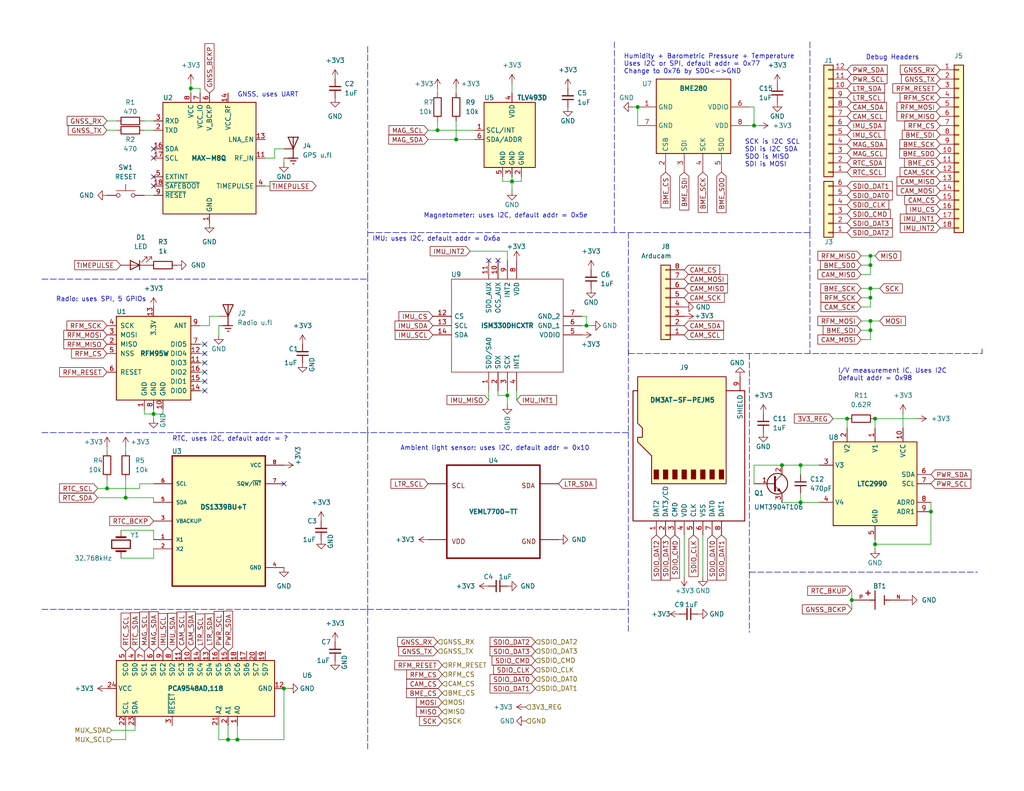
<source format=kicad_sch>
(kicad_sch (version 20211123) (generator eeschema)
  (paper "USLetter")
  (junction (at 238.76 114.3))
  (junction (at 138.43 107.95))
  (junction (at 160.02 88.9))
  (junction (at 238.76 148.59))
  (junction (at 237.49 78.74))
  (junction (at 237.49 87.63))
  (junction (at 77.47 187.96))
  (junction (at 29.21 133.35))
  (junction (at 218.44 127))
  (junction (at 237.49 90.17))
  (junction (at 173.99 29.21))
  (junction (at 62.23 201.93))
  (junction (at 64.77 201.93))
  (junction (at 218.44 137.16))
  (junction (at 41.91 113.03))
  (junction (at 213.36 127))
  (junction (at 237.49 81.28))
  (junction (at 237.49 72.39))
  (junction (at 139.7 49.53))
  (junction (at 231.14 114.3))
  (junction (at 237.49 69.85))
  (junction (at 34.29 135.89))
  (junction (at 205.74 34.29))
  (junction (at 124.46 38.1))
  (junction (at 119.38 35.56))
  (junction (at 52.07 24.13))
  (junction (at 232.41 163.83))
  (junction (at 254 139.7))
  (no_connect (at 55.88 104.14))
  (no_connect (at 135.89 71.12))
  (no_connect (at 41.91 50.8))
  (no_connect (at 55.88 99.06))
  (no_connect (at 41.91 43.18))
  (no_connect (at 41.91 48.26))
  (no_connect (at 41.91 40.64))
  (no_connect (at 133.35 71.12))
  (no_connect (at 55.88 96.52))
  (no_connect (at 77.47 132.08))
  (no_connect (at 55.88 101.6))
  (no_connect (at 55.88 93.98))
  (no_connect (at 55.88 106.68))
  (wire (pts (xy 55.88 101.6) (xy 54.61 101.6)))
  (wire (pts (xy 124.46 38.1) (xy 129.54 38.1)))
  (polyline (pts (xy 100.33 118.11) (xy 100.33 119.38)))
  (wire (pts (xy 54.61 24.13) (xy 52.07 24.13)))
  (wire (pts (xy 55.88 96.52) (xy 54.61 96.52)))
  (wire (pts (xy 205.74 34.29) (xy 204.47 34.29)))
  (polyline (pts (xy 171.45 96.52) (xy 171.45 95.25)))
  (wire (pts (xy 213.36 127) (xy 205.74 127)))
  (wire (pts (xy 41.91 135.89) (xy 41.91 137.16)))
  (wire (pts (xy 26.67 133.35) (xy 29.21 133.35)))
  (wire (pts (xy 52.07 24.13) (xy 52.07 25.4)))
  (wire (pts (xy 55.88 99.06) (xy 54.61 99.06)))
  (wire (pts (xy 73.66 50.8) (xy 72.39 50.8)))
  (polyline (pts (xy 204.47 156.21) (xy 266.7 156.21)))
  (wire (pts (xy 59.69 91.44) (xy 59.69 88.9)))
  (polyline (pts (xy 11.43 166.37) (xy 100.33 166.37)))
  (wire (pts (xy 41.91 111.76) (xy 41.91 113.03)))
  (wire (pts (xy 54.61 25.4) (xy 54.61 24.13)))
  (wire (pts (xy 234.95 90.17) (xy 237.49 90.17)))
  (wire (pts (xy 218.44 137.16) (xy 218.44 134.62)))
  (wire (pts (xy 250.19 114.3) (xy 238.76 114.3)))
  (wire (pts (xy 237.49 74.93) (xy 237.49 72.39)))
  (polyline (pts (xy 167.64 11.43) (xy 167.64 63.5)))
  (wire (pts (xy 234.95 78.74) (xy 237.49 78.74)))
  (wire (pts (xy 30.48 199.39) (xy 36.83 199.39)))
  (wire (pts (xy 254 148.59) (xy 254 139.7)))
  (wire (pts (xy 237.49 78.74) (xy 240.03 78.74)))
  (wire (pts (xy 207.01 34.29) (xy 205.74 34.29)))
  (wire (pts (xy 59.69 201.93) (xy 62.23 201.93)))
  (wire (pts (xy 55.88 93.98) (xy 54.61 93.98)))
  (wire (pts (xy 234.95 81.28) (xy 237.49 81.28)))
  (wire (pts (xy 237.49 69.85) (xy 238.76 69.85)))
  (wire (pts (xy 160.02 88.9) (xy 158.75 88.9)))
  (wire (pts (xy 186.69 146.05) (xy 186.69 157.48)))
  (polyline (pts (xy 171.45 96.52) (xy 267.97 96.52)))
  (wire (pts (xy 57.15 88.9) (xy 57.15 86.36)))
  (wire (pts (xy 39.37 33.02) (xy 41.91 33.02)))
  (wire (pts (xy 78.74 187.96) (xy 77.47 187.96)))
  (wire (pts (xy 237.49 87.63) (xy 240.03 87.63)))
  (wire (pts (xy 238.76 149.86) (xy 238.76 148.59)))
  (wire (pts (xy 139.7 49.53) (xy 139.7 48.26)))
  (wire (pts (xy 142.24 49.53) (xy 139.7 49.53)))
  (wire (pts (xy 232.41 161.29) (xy 232.41 163.83)))
  (wire (pts (xy 172.72 29.21) (xy 173.99 29.21)))
  (wire (pts (xy 57.15 86.36) (xy 59.69 86.36)))
  (wire (pts (xy 44.45 111.76) (xy 44.45 113.03)))
  (wire (pts (xy 44.45 113.03) (xy 41.91 113.03)))
  (wire (pts (xy 137.16 48.26) (xy 137.16 49.53)))
  (wire (pts (xy 116.84 35.56) (xy 119.38 35.56)))
  (wire (pts (xy 124.46 25.4) (xy 124.46 24.13)))
  (wire (pts (xy 137.16 49.53) (xy 139.7 49.53)))
  (polyline (pts (xy 204.47 96.52) (xy 204.47 156.21)))
  (wire (pts (xy 29.21 130.81) (xy 29.21 133.35)))
  (wire (pts (xy 64.77 198.12) (xy 64.77 201.93)))
  (polyline (pts (xy 100.33 118.11) (xy 100.33 76.2)))
  (wire (pts (xy 72.39 43.18) (xy 74.93 43.18)))
  (wire (pts (xy 158.75 86.36) (xy 160.02 86.36)))
  (polyline (pts (xy 100.33 166.37) (xy 100.33 204.47)))
  (wire (pts (xy 140.97 109.22) (xy 140.97 106.68)))
  (wire (pts (xy 204.47 29.21) (xy 205.74 29.21)))
  (wire (pts (xy 234.95 83.82) (xy 237.49 83.82)))
  (wire (pts (xy 234.95 74.93) (xy 237.49 74.93)))
  (wire (pts (xy 234.95 72.39) (xy 237.49 72.39)))
  (wire (pts (xy 29.21 133.35) (xy 38.1 133.35)))
  (wire (pts (xy 205.74 29.21) (xy 205.74 34.29)))
  (wire (pts (xy 33.02 144.78) (xy 41.91 144.78)))
  (wire (pts (xy 238.76 148.59) (xy 238.76 147.32)))
  (wire (pts (xy 234.95 92.71) (xy 237.49 92.71)))
  (wire (pts (xy 135.89 106.68) (xy 135.89 107.95)))
  (wire (pts (xy 223.52 137.16) (xy 218.44 137.16)))
  (wire (pts (xy 34.29 135.89) (xy 41.91 135.89)))
  (wire (pts (xy 77.47 44.45) (xy 77.47 43.18)))
  (wire (pts (xy 237.49 81.28) (xy 237.49 83.82)))
  (wire (pts (xy 36.83 199.39) (xy 36.83 198.12)))
  (wire (pts (xy 34.29 123.19) (xy 34.29 121.92)))
  (polyline (pts (xy 100.33 63.5) (xy 167.64 63.5)))
  (wire (pts (xy 38.1 133.35) (xy 38.1 132.08)))
  (wire (pts (xy 119.38 33.02) (xy 119.38 35.56)))
  (wire (pts (xy 128.27 68.58) (xy 138.43 68.58)))
  (wire (pts (xy 74.93 43.18) (xy 74.93 40.64)))
  (wire (pts (xy 227.33 114.3) (xy 231.14 114.3)))
  (wire (pts (xy 213.36 137.16) (xy 218.44 137.16)))
  (wire (pts (xy 34.29 130.81) (xy 34.29 135.89)))
  (wire (pts (xy 30.48 201.93) (xy 34.29 201.93)))
  (wire (pts (xy 138.43 107.95) (xy 138.43 106.68)))
  (wire (pts (xy 59.69 198.12) (xy 59.69 201.93)))
  (wire (pts (xy 29.21 35.56) (xy 31.75 35.56)))
  (polyline (pts (xy 100.33 166.37) (xy 171.45 166.37)))
  (polyline (pts (xy 204.47 156.21) (xy 204.47 172.72)))
  (wire (pts (xy 223.52 127) (xy 218.44 127)))
  (wire (pts (xy 231.14 114.3) (xy 231.14 116.84)))
  (wire (pts (xy 39.37 113.03) (xy 41.91 113.03)))
  (wire (pts (xy 237.49 78.74) (xy 237.49 81.28)))
  (wire (pts (xy 116.84 38.1) (xy 124.46 38.1)))
  (wire (pts (xy 191.77 146.05) (xy 191.77 157.48)))
  (wire (pts (xy 161.29 88.9) (xy 160.02 88.9)))
  (wire (pts (xy 62.23 198.12) (xy 62.23 201.93)))
  (wire (pts (xy 39.37 35.56) (xy 41.91 35.56)))
  (wire (pts (xy 34.29 201.93) (xy 34.29 198.12)))
  (polyline (pts (xy 11.43 118.11) (xy 100.33 118.11)))
  (polyline (pts (xy 267.97 95.25) (xy 267.97 96.52)))
  (wire (pts (xy 29.21 123.19) (xy 29.21 121.92)))
  (polyline (pts (xy 220.98 63.5) (xy 167.64 63.5)))
  (wire (pts (xy 39.37 111.76) (xy 39.37 113.03)))
  (polyline (pts (xy 11.43 76.2) (xy 100.33 76.2)))
  (wire (pts (xy 133.35 109.22) (xy 133.35 106.68)))
  (wire (pts (xy 160.02 86.36) (xy 160.02 88.9)))
  (wire (pts (xy 41.91 152.4) (xy 41.91 149.86)))
  (wire (pts (xy 238.76 114.3) (xy 238.76 116.84)))
  (wire (pts (xy 77.47 201.93) (xy 77.47 187.96)))
  (polyline (pts (xy 100.33 12.7) (xy 100.33 76.2)))
  (wire (pts (xy 254 137.16) (xy 254 139.7)))
  (wire (pts (xy 139.7 52.07) (xy 139.7 49.53)))
  (polyline (pts (xy 171.45 118.11) (xy 171.45 172.72)))
  (wire (pts (xy 142.24 48.26) (xy 142.24 49.53)))
  (wire (pts (xy 232.41 166.37) (xy 232.41 163.83)))
  (wire (pts (xy 218.44 127) (xy 218.44 129.54)))
  (wire (pts (xy 246.38 113.03) (xy 246.38 116.84)))
  (wire (pts (xy 234.95 87.63) (xy 237.49 87.63)))
  (wire (pts (xy 38.1 132.08) (xy 41.91 132.08)))
  (wire (pts (xy 138.43 110.49) (xy 138.43 107.95)))
  (wire (pts (xy 234.95 69.85) (xy 237.49 69.85)))
  (wire (pts (xy 139.7 22.86) (xy 139.7 25.4)))
  (wire (pts (xy 135.89 107.95) (xy 138.43 107.95)))
  (wire (pts (xy 237.49 90.17) (xy 237.49 87.63)))
  (wire (pts (xy 26.67 135.89) (xy 34.29 135.89)))
  (wire (pts (xy 62.23 201.93) (xy 64.77 201.93)))
  (polyline (pts (xy 220.98 63.5) (xy 220.98 96.52)))
  (wire (pts (xy 29.21 33.02) (xy 31.75 33.02)))
  (wire (pts (xy 33.02 152.4) (xy 41.91 152.4)))
  (wire (pts (xy 124.46 33.02) (xy 124.46 38.1)))
  (wire (pts (xy 119.38 25.4) (xy 119.38 24.13)))
  (wire (pts (xy 41.91 113.03) (xy 41.91 114.3)))
  (polyline (pts (xy 171.45 118.11) (xy 100.33 118.11)))
  (polyline (pts (xy 171.45 63.5) (xy 171.45 118.11)))
  (wire (pts (xy 41.91 144.78) (xy 41.91 147.32)))
  (wire (pts (xy 205.74 127) (xy 205.74 132.08)))
  (wire (pts (xy 173.99 29.21) (xy 173.99 34.29)))
  (wire (pts (xy 55.88 106.68) (xy 54.61 106.68)))
  (wire (pts (xy 119.38 35.56) (xy 129.54 35.56)))
  (wire (pts (xy 64.77 201.93) (xy 77.47 201.93)))
  (wire (pts (xy 39.37 53.34) (xy 41.91 53.34)))
  (wire (pts (xy 52.07 22.86) (xy 52.07 24.13)))
  (wire (pts (xy 213.36 127) (xy 218.44 127)))
  (wire (pts (xy 237.49 92.71) (xy 237.49 90.17)))
  (wire (pts (xy 238.76 148.59) (xy 254 148.59)))
  (wire (pts (xy 54.61 88.9) (xy 57.15 88.9)))
  (polyline (pts (xy 100.33 119.38) (xy 100.33 166.37)))
  (wire (pts (xy 237.49 72.39) (xy 237.49 69.85)))
  (wire (pts (xy 74.93 40.64) (xy 77.47 40.64)))
  (wire (pts (xy 138.43 68.58) (xy 138.43 71.12)))
  (polyline (pts (xy 220.98 11.43) (xy 220.98 63.5)))
  (wire (pts (xy 55.88 104.14) (xy 54.61 104.14)))
  (text "Debug Headers" (at 236.22 16.51 0) (effects (font (size 1.27 1.27)) (justify left bottom)))
  (text "Humidity + Barometric Pressure + Temperature\nUses I2C or SPI, default addr = 0x77\nChange to 0x76 by SDO<->GND" (at 170.18 20.32 0) (effects (font (size 1.27 1.27)) (justify left bottom)))
  (text "RTC, uses I2C, default addr = ?" (at 46.99 120.65 0) (effects (font (size 1.27 1.27)) (justify left bottom)))
  (text "Ambient light sensor: uses I2C, default addr = 0x10" (at 109.22 123.19 0) (effects (font (size 1.27 1.27)) (justify left bottom)))
  (text "SCK is I2C SCL\nSDI is I2C SDA\nSDO is MISO\nSDI is MOSI" (at 203.2 45.72 0) (effects (font (size 1.27 1.27)) (justify left bottom)))
  (text "Radio: uses SPI, 5 GPIOs" (at 15.24 82.55 0) (effects (font (size 1.27 1.27)) (justify left bottom)))
  (text "Magnetometer: uses I2C, default addr = 0x5e\n" (at 115.57 59.69 0) (effects (font (size 1.27 1.27)) (justify left bottom)))
  (text "GNSS, uses UART" (at 64.77 26.67 0) (effects (font (size 1.27 1.27)) (justify left bottom)))
  (text "IMU: uses I2C, default addr = 0x6a\n" (at 101.6 66.04 0) (effects (font (size 1.27 1.27)) (justify left bottom)))
  (text "I/V measurement IC, Uses I2C\nDefault addr = 0x98\n" (at 228.6 104.14 0) (effects (font (size 1.27 1.27)) (justify left bottom)))
  (global_label "MOSI" (shape input) (at 240.03 87.63 0) (property "Intersheet References" "${INTERSHEET_REFS}" (effects hide)))
  (global_label "IMU_MISO" (shape input) (at 133.35 109.22 180) (property "Intersheet References" "${INTERSHEET_REFS}" (effects hide)))
  (global_label "MAG_SCL" (shape input) (at 116.84 35.56 180) (property "Intersheet References" "${INTERSHEET_REFS}" (effects hide)))
  (global_label "SDIO_CMD" (shape input) (at 146.05 180.34 180) (property "Intersheet References" "${INTERSHEET_REFS}" (effects hide)))
  (global_label "GNSS_RX" (shape input) (at 29.21 33.02 180) (property "Intersheet References" "${INTERSHEET_REFS}" (effects hide)))
  (global_label "GNSS_TX" (shape input) (at 29.21 35.56 180) (property "Intersheet References" "${INTERSHEET_REFS}" (effects hide)))
  (global_label "RFM_MISO" (shape input) (at 234.95 69.85 180) (property "Intersheet References" "${INTERSHEET_REFS}" (effects hide)))
  (global_label "RTC_BCKP" (shape input) (at 41.91 142.24 180) (property "Intersheet References" "${INTERSHEET_REFS}" (effects hide)))
  (global_label "RTC_SDA" (shape input) (at 36.83 177.8 90) (property "Intersheet References" "${INTERSHEET_REFS}" (effects hide)))
  (global_label "RTC_BKUP" (shape input) (at 232.41 161.29 180) (property "Intersheet References" "${INTERSHEET_REFS}" (effects hide)))
  (global_label "IMU_SDA" (shape input) (at 231.14 34.29 0) (property "Intersheet References" "${INTERSHEET_REFS}" (effects hide)))
  (global_label "GNSS_BCKP" (shape input) (at 57.15 25.4 90) (property "Intersheet References" "${INTERSHEET_REFS}" (effects hide)))
  (global_label "MAG_SCL" (shape input) (at 39.37 177.8 90) (property "Intersheet References" "${INTERSHEET_REFS}" (effects hide)))
  (global_label "RFM_CS" (shape input) (at 256.54 34.29 180) (property "Intersheet References" "${INTERSHEET_REFS}" (effects hide)))
  (global_label "IMU_INT1" (shape input) (at 140.97 109.22 0) (property "Intersheet References" "${INTERSHEET_REFS}" (effects hide)))
  (global_label "RFM_RESET" (shape input) (at 120.65 181.61 180) (property "Intersheet References" "${INTERSHEET_REFS}" (effects hide)))
  (global_label "RFM_MISO" (shape input) (at 29.21 93.98 180) (property "Intersheet References" "${INTERSHEET_REFS}" (effects hide)))
  (global_label "CAM_MOSI" (shape input) (at 186.69 76.2 0) (property "Intersheet References" "${INTERSHEET_REFS}" (effects hide)))
  (global_label "BME_CS" (shape input) (at 120.65 189.23 180) (property "Intersheet References" "${INTERSHEET_REFS}" (effects hide)))
  (global_label "RTC_SDA" (shape input) (at 26.67 135.89 180) (property "Intersheet References" "${INTERSHEET_REFS}" (effects hide)))
  (global_label "PWR_SCL" (shape input) (at 231.14 21.59 0) (property "Intersheet References" "${INTERSHEET_REFS}" (effects hide)))
  (global_label "PWR_SDA" (shape input) (at 62.23 177.8 90) (property "Intersheet References" "${INTERSHEET_REFS}" (effects hide)))
  (global_label "CAM_CS" (shape input) (at 186.69 73.66 0) (property "Intersheet References" "${INTERSHEET_REFS}" (effects hide)))
  (global_label "IMU_INT2" (shape input) (at 128.27 68.58 180) (property "Intersheet References" "${INTERSHEET_REFS}" (effects hide)))
  (global_label "SDIO_CLK" (shape input) (at 231.14 55.88 0) (property "Intersheet References" "${INTERSHEET_REFS}" (effects hide)))
  (global_label "RTC_SCL" (shape input) (at 231.14 46.99 0) (property "Intersheet References" "${INTERSHEET_REFS}" (effects hide)))
  (global_label "LTR_SCL" (shape input) (at 231.14 26.67 0) (property "Intersheet References" "${INTERSHEET_REFS}" (effects hide)))
  (global_label "SDIO_CMD" (shape input) (at 231.14 58.42 0) (property "Intersheet References" "${INTERSHEET_REFS}" (effects hide)))
  (global_label "BME_SDO" (shape input) (at 256.54 41.91 180) (property "Intersheet References" "${INTERSHEET_REFS}" (effects hide)))
  (global_label "RFM_MOSI" (shape input) (at 256.54 29.21 180) (property "Intersheet References" "${INTERSHEET_REFS}" (effects hide)))
  (global_label "CAM_SDA" (shape input) (at 52.07 177.8 90) (property "Intersheet References" "${INTERSHEET_REFS}" (effects hide)))
  (global_label "LTR_SDA" (shape input) (at 57.15 177.8 90) (property "Intersheet References" "${INTERSHEET_REFS}" (effects hide)))
  (global_label "SDIO_CLK" (shape input) (at 189.23 146.05 270) (property "Intersheet References" "${INTERSHEET_REFS}" (effects hide)))
  (global_label "CAM_MOSI" (shape input) (at 234.95 92.71 180) (property "Intersheet References" "${INTERSHEET_REFS}" (effects hide)))
  (global_label "IMU_SDA" (shape input) (at 46.99 177.8 90) (property "Intersheet References" "${INTERSHEET_REFS}" (effects hide)))
  (global_label "RTC_SCL" (shape input) (at 26.67 133.35 180) (property "Intersheet References" "${INTERSHEET_REFS}" (effects hide)))
  (global_label "SDIO_DAT1" (shape input) (at 196.85 146.05 270) (property "Intersheet References" "${INTERSHEET_REFS}" (effects hide)))
  (global_label "IMU_CS" (shape input) (at 256.54 57.15 180) (property "Intersheet References" "${INTERSHEET_REFS}" (effects hide)))
  (global_label "RTC_SDA" (shape input) (at 231.14 44.45 0) (property "Intersheet References" "${INTERSHEET_REFS}" (effects hide)))
  (global_label "BME_SDO" (shape input) (at 196.85 46.99 270) (property "Intersheet References" "${INTERSHEET_REFS}" (effects hide)))
  (global_label "BME_SDI" (shape input) (at 256.54 36.83 180) (property "Intersheet References" "${INTERSHEET_REFS}" (effects hide)))
  (global_label "MOSI" (shape input) (at 120.65 191.77 180) (property "Intersheet References" "${INTERSHEET_REFS}" (effects hide)))
  (global_label "BME_SCK" (shape input) (at 256.54 39.37 180) (property "Intersheet References" "${INTERSHEET_REFS}" (effects hide)))
  (global_label "IMU_SDA" (shape input) (at 118.11 88.9 180) (property "Intersheet References" "${INTERSHEET_REFS}" (effects hide)))
  (global_label "BME_SDI" (shape input) (at 186.69 46.99 270) (property "Intersheet References" "${INTERSHEET_REFS}" (effects hide)))
  (global_label "3V3_REG" (shape input) (at 227.33 114.3 180) (property "Intersheet References" "${INTERSHEET_REFS}" (effects hide)))
  (global_label "IMU_SCL" (shape input) (at 44.45 177.8 90) (property "Intersheet References" "${INTERSHEET_REFS}" (effects hide)))
  (global_label "CAM_SDA" (shape input) (at 231.14 29.21 0) (property "Intersheet References" "${INTERSHEET_REFS}" (effects hide)))
  (global_label "RFM_SCK" (shape input) (at 29.21 88.9 180) (property "Intersheet References" "${INTERSHEET_REFS}" (effects hide)))
  (global_label "GNSS_BCKP" (shape input) (at 232.41 166.37 180) (property "Intersheet References" "${INTERSHEET_REFS}" (effects hide)))
  (global_label "BME_CS" (shape input) (at 181.61 46.99 270) (property "Intersheet References" "${INTERSHEET_REFS}" (effects hide)))
  (global_label "LTR_SDA" (shape input) (at 231.14 24.13 0) (property "Intersheet References" "${INTERSHEET_REFS}" (effects hide)))
  (global_label "RFM_SCK" (shape input) (at 256.54 26.67 180) (property "Intersheet References" "${INTERSHEET_REFS}" (effects hide)))
  (global_label "RFM_RESET" (shape input) (at 29.21 101.6 180) (property "Intersheet References" "${INTERSHEET_REFS}" (effects hide)))
  (global_label "CAM_SCK" (shape input) (at 186.69 81.28 0) (property "Intersheet References" "${INTERSHEET_REFS}" (effects hide)))
  (global_label "RFM_RESET" (shape input) (at 256.54 24.13 180) (property "Intersheet References" "${INTERSHEET_REFS}" (effects hide)))
  (global_label "SDIO_DAT2" (shape input) (at 179.07 146.05 270) (property "Intersheet References" "${INTERSHEET_REFS}" (effects hide)))
  (global_label "SDIO_DAT0" (shape input) (at 194.31 146.05 270) (property "Intersheet References" "${INTERSHEET_REFS}" (effects hide)))
  (global_label "CAM_MISO" (shape input) (at 234.95 74.93 180) (property "Intersheet References" "${INTERSHEET_REFS}" (effects hide)))
  (global_label "SDIO_DAT1" (shape input) (at 231.14 50.8 0) (property "Intersheet References" "${INTERSHEET_REFS}" (effects hide)))
  (global_label "LTR_SDA" (shape input) (at 152.4 132.08 0) (property "Intersheet References" "${INTERSHEET_REFS}" (effects hide)))
  (global_label "GNSS_TX" (shape input) (at 119.38 177.8 180) (property "Intersheet References" "${INTERSHEET_REFS}" (effects hide)))
  (global_label "SDIO_DAT1" (shape input) (at 146.05 187.96 180) (property "Intersheet References" "${INTERSHEET_REFS}" (effects hide)))
  (global_label "MAG_SCL" (shape input) (at 231.14 41.91 0) (property "Intersheet References" "${INTERSHEET_REFS}" (effects hide)))
  (global_label "SDIO_DAT0" (shape input) (at 231.14 53.34 0) (property "Intersheet References" "${INTERSHEET_REFS}" (effects hide)))
  (global_label "SDIO_DAT2" (shape input) (at 146.05 175.26 180) (property "Intersheet References" "${INTERSHEET_REFS}" (effects hide)))
  (global_label "RFM_SCK" (shape input) (at 234.95 81.28 180) (property "Intersheet References" "${INTERSHEET_REFS}" (effects hide)))
  (global_label "CAM_MOSI" (shape input) (at 256.54 52.07 180) (property "Intersheet References" "${INTERSHEET_REFS}" (effects hide)))
  (global_label "IMU_INT1" (shape input) (at 256.54 59.69 180) (property "Intersheet References" "${INTERSHEET_REFS}" (effects hide)))
  (global_label "BME_SDI" (shape input) (at 234.95 90.17 180) (property "Intersheet References" "${INTERSHEET_REFS}" (effects hide)))
  (global_label "SDIO_CLK" (shape input) (at 146.05 182.88 180) (property "Intersheet References" "${INTERSHEET_REFS}" (effects hide)))
  (global_label "SCK" (shape input) (at 120.65 196.85 180) (property "Intersheet References" "${INTERSHEET_REFS}" (effects hide)))
  (global_label "IMU_INT2" (shape input) (at 256.54 62.23 180) (property "Intersheet References" "${INTERSHEET_REFS}" (effects hide)))
  (global_label "BME_SDO" (shape input) (at 234.95 72.39 180) (property "Intersheet References" "${INTERSHEET_REFS}" (effects hide)))
  (global_label "PWR_SCL" (shape input) (at 254 132.08 0) (property "Intersheet References" "${INTERSHEET_REFS}" (effects hide)))
  (global_label "GNSS_RX" (shape input) (at 119.38 175.26 180) (property "Intersheet References" "${INTERSHEET_REFS}" (effects hide)))
  (global_label "LTR_SCL" (shape input) (at 116.84 132.08 180) (property "Intersheet References" "${INTERSHEET_REFS}" (effects hide)))
  (global_label "CAM_CS" (shape input) (at 256.54 54.61 180) (property "Intersheet References" "${INTERSHEET_REFS}" (effects hide)))
  (global_label "CAM_SCK" (shape input) (at 234.95 83.82 180) (property "Intersheet References" "${INTERSHEET_REFS}" (effects hide)))
  (global_label "LTR_SCL" (shape input) (at 54.61 177.8 90) (property "Intersheet References" "${INTERSHEET_REFS}" (effects hide)))
  (global_label "BME_SCK" (shape input) (at 234.95 78.74 180) (property "Intersheet References" "${INTERSHEET_REFS}" (effects hide)))
  (global_label "TIMEPULSE" (shape output) (at 73.66 50.8 0) (property "Intersheet References" "${INTERSHEET_REFS}" (effects hide)))
  (global_label "SDIO_DAT3" (shape input) (at 181.61 146.05 270) (property "Intersheet References" "${INTERSHEET_REFS}" (effects hide)))
  (global_label "CAM_SCL" (shape input) (at 231.14 31.75 0) (property "Intersheet References" "${INTERSHEET_REFS}" (effects hide)))
  (global_label "CAM_SCL" (shape input) (at 186.69 91.44 0) (property "Intersheet References" "${INTERSHEET_REFS}" (effects hide)))
  (global_label "SDIO_DAT2" (shape input) (at 231.14 63.5 0) (property "Intersheet References" "${INTERSHEET_REFS}" (effects hide)))
  (global_label "CAM_SCK" (shape input) (at 256.54 46.99 180) (property "Intersheet References" "${INTERSHEET_REFS}" (effects hide)))
  (global_label "RFM_MISO" (shape input) (at 256.54 31.75 180) (property "Intersheet References" "${INTERSHEET_REFS}" (effects hide)))
  (global_label "GNSS_RX" (shape input) (at 256.54 19.05 180) (property "Intersheet References" "${INTERSHEET_REFS}" (effects hide)))
  (global_label "RFM_MOSI" (shape input) (at 29.21 91.44 180) (property "Intersheet References" "${INTERSHEET_REFS}" (effects hide)))
  (global_label "SDIO_DAT3" (shape input) (at 231.14 60.96 0) (property "Intersheet References" "${INTERSHEET_REFS}" (effects hide)))
  (global_label "PWR_SDA" (shape input) (at 231.14 19.05 0) (property "Intersheet References" "${INTERSHEET_REFS}" (effects hide)))
  (global_label "CAM_MISO" (shape input) (at 186.69 78.74 0) (property "Intersheet References" "${INTERSHEET_REFS}" (effects hide)))
  (global_label "GNSS_TX" (shape input) (at 256.54 21.59 180) (property "Intersheet References" "${INTERSHEET_REFS}" (effects hide)))
  (global_label "PWR_SDA" (shape input) (at 254 129.54 0) (property "Intersheet References" "${INTERSHEET_REFS}" (effects hide)))
  (global_label "TIMEPULSE" (shape output) (at 20.32 72.39 0) (property "Intersheet References" "${INTERSHEET_REFS}" (effects hide)))
  (global_label "MAG_SDA" (shape input) (at 231.14 39.37 0) (property "Intersheet References" "${INTERSHEET_REFS}" (effects hide)))
  (global_label "RFM_CS" (shape input) (at 120.65 184.15 180) (property "Intersheet References" "${INTERSHEET_REFS}" (effects hide)))
  (global_label "SDIO_CMD" (shape input) (at 184.15 146.05 270) (property "Intersheet References" "${INTERSHEET_REFS}" (effects hide)))
  (global_label "CAM_MISO" (shape input) (at 256.54 49.53 180) (property "Intersheet References" "${INTERSHEET_REFS}" (effects hide)))
  (global_label "IMU_SCL" (shape input) (at 231.14 36.83 0) (property "Intersheet References" "${INTERSHEET_REFS}" (effects hide)))
  (global_label "SDIO_DAT0" (shape input) (at 146.05 185.42 180) (property "Intersheet References" "${INTERSHEET_REFS}" (effects hide)))
  (global_label "BME_SCK" (shape input) (at 191.77 46.99 270) (property "Intersheet References" "${INTERSHEET_REFS}" (effects hide)))
  (global_label "MAG_SDA" (shape input) (at 41.91 177.8 90) (property "Intersheet References" "${INTERSHEET_REFS}" (effects hide)))
  (global_label "CAM_SDA" (shape input) (at 186.69 88.9 0) (property "Intersheet References" "${INTERSHEET_REFS}" (effects hide)))
  (global_label "IMU_CS" (shape input) (at 118.11 86.36 180) (property "Intersheet References" "${INTERSHEET_REFS}" (effects hide)))
  (global_label "RFM_MOSI" (shape input) (at 234.95 87.63 180) (property "Intersheet References" "${INTERSHEET_REFS}" (effects hide)))
  (global_label "SDIO_DAT3" (shape input) (at 146.05 177.8 180) (property "Intersheet References" "${INTERSHEET_REFS}" (effects hide)))
  (global_label "MISO" (shape input) (at 120.65 194.31 180) (property "Intersheet References" "${INTERSHEET_REFS}" (effects hide)))
  (global_label "MAG_SDA" (shape input) (at 116.84 38.1 180) (property "Intersheet References" "${INTERSHEET_REFS}" (effects hide)))
  (global_label "PWR_SCL" (shape input) (at 59.69 177.8 90) (property "Intersheet References" "${INTERSHEET_REFS}" (effects hide)))
  (global_label "CAM_CS" (shape input) (at 120.65 186.69 180) (property "Intersheet References" "${INTERSHEET_REFS}" (effects hide)))
  (global_label "SCK" (shape input) (at 240.03 78.74 0) (property "Intersheet References" "${INTERSHEET_REFS}" (effects hide)))
  (global_label "RFM_CS" (shape input) (at 29.21 96.52 180) (property "Intersheet References" "${INTERSHEET_REFS}" (effects hide)))
  (global_label "RTC_SCL" (shape input) (at 34.29 177.8 90) (property "Intersheet References" "${INTERSHEET_REFS}" (effects hide)))
  (global_label "MISO" (shape input) (at 238.76 69.85 0) (property "Intersheet References" "${INTERSHEET_REFS}" (effects hide)))
  (global_label "IMU_SCL" (shape input) (at 118.11 91.44 180) (property "Intersheet References" "${INTERSHEET_REFS}" (effects hide)))
  (global_label "BME_CS" (shape input) (at 256.54 44.45 180) (property "Intersheet References" "${INTERSHEET_REFS}" (effects hide)))
  (global_label "CAM_SCL" (shape input) (at 49.53 177.8 90) (property "Intersheet References" "${INTERSHEET_REFS}" (effects hide)))
  (hierarchical_label "SDIO_CMD" (shape input) (at 146.05 180.34 0))
  (hierarchical_label "RFM_RESET" (shape input) (at 120.65 181.61 0))
  (hierarchical_label "SDIO_DAT2" (shape input) (at 146.05 175.26 0))
  (hierarchical_label "SDIO_DAT3" (shape input) (at 146.05 177.8 0))
  (hierarchical_label "GNSS_TX" (shape input) (at 119.38 177.8 0))
  (hierarchical_label "MUX_SDA" (shape input) (at 30.48 199.39 180))
  (hierarchical_label "CAM_CS" (shape input) (at 120.65 186.69 0))
  (hierarchical_label "MUX_SCL" (shape input) (at 30.48 201.93 180))
  (hierarchical_label "MISO" (shape input) (at 120.65 194.31 0))
  (hierarchical_label "SCK" (shape input) (at 120.65 196.85 0))
  (hierarchical_label "RFM_CS" (shape input) (at 120.65 184.15 0))
  (hierarchical_label "BME_CS" (shape input) (at 120.65 189.23 0))
  (hierarchical_label "SDIO_CLK" (shape input) (at 146.05 182.88 0))
  (hierarchical_label "3V3_REG" (shape input) (at 143.51 193.04 0))
  (hierarchical_label "GNSS_RX" (shape input) (at 119.38 175.26 0))
  (hierarchical_label "MOSI" (shape input) (at 120.65 191.77 0))
  (hierarchical_label "SDIO_DAT1" (shape input) (at 146.05 187.96 0))
  (hierarchical_label "GND" (shape input) (at 143.51 196.85 0))
  (hierarchical_label "SDIO_DAT0" (shape input) (at 146.05 185.42 0))
  (symbol (lib_id "power:GND") (at 208.28 118.11 0) (unit 1)
    (property "Reference" "#PWR052" (effects hide))
    (property "Value" "GND" (at 208.28 121.92 0))
  )
  (symbol (lib_id "power:GND") (at 201.93 102.87 180) (unit 1)
    (property "Reference" "#PWR048" (effects hide))
    (property "Value" "GND" (at 203.2 99.06 0) (effects (justify left)))
  )
  (symbol (lib_id "Connector_Generic:Conn_01x08") (at 181.61 83.82 180) (unit 1)
    (property "Reference" "J8" (at 181.61 67.31 0))
    (property "Value" "Arducam" (at 179.07 69.85 0))
    (property "Footprint" "Connector_PinHeader_2.54mm:PinHeader_1x18_P2.54mm_Vertical" (effects hide))
  )
  (symbol (lib_id "Device:R") (at 35.56 35.56 90) (unit 1)
    (property "Reference" "R2" (at 35.56 38.1 90))
    (property "Value" "470" (at 35.56 40.64 90))
    (property "Footprint" "Resistor_SMD:R_0603_1608Metric" (effects hide))
  )
  (symbol (lib_id "CR1220 holder:S8411-45R") (at 240.03 163.83 0) (unit 1)
    (property "Reference" "BT1" (at 240.03 160.02 0))
    (property "Value" "S8411-45R" (effects hide))
    (property "Footprint" "S8411-45R:BAT_S8411-45R" (effects hide))
    (property "MAXIMUM_PACKAGE_HEIGHT" "4.25mm" (effects hide))
    (property "MANUFACTURER" "Harwin" (effects hide))
    (property "STANDARD" "Manufacturer Recommendations" (effects hide))
  )
  (symbol (lib_id "power:+3V3") (at 52.07 22.86 0) (unit 1)
    (property "Reference" "#PWR09" (effects hide))
    (property "Value" "+3V3" (at 52.07 17.78 0))
  )
  (symbol (lib_id "power:GND") (at 77.47 44.45 0) (unit 1)
    (property "Reference" "#PWR016" (effects hide))
    (property "Value" "GND" (at 77.47 48.26 0))
  )
  (symbol (lib_id "power:+3V3") (at 133.35 160.02 90) (unit 1)
    (property "Reference" "#PWR028" (effects hide))
    (property "Value" "+3V3" (at 127 160.02 90))
  )
  (symbol (lib_id "power:GND") (at 57.15 60.96 0) (unit 1)
    (property "Reference" "#PWR010" (effects hide))
    (property "Value" "GND" (at 57.15 66.04 0))
  )
  (symbol (lib_id "Sensor:LTC2990") (at 238.76 132.08 0) (unit 1)
    (property "Reference" "U8" (at 226.06 119.38 0) (effects (justify left)))
    (property "Value" "LTC2990" (at 233.68 132.08 0) (effects (font bold) (justify left)))
    (property "Footprint" "Package_SO:MSOP-10_3x3mm_P0.5mm" (effects hide))
    (property "Datasheet" "https://www.analog.com/media/en/technical-documentation/data-sheets/ltc2990.pdf" (effects hide))
  )
  (symbol (lib_id "U.FL-R-SMT-1_10_:U.FL-R-SMT-1(10)") (at 80.01 40.64 0) (unit 1)
    (property "Reference" "J4" (at 82.55 39.8144 0) (effects (justify left)))
    (property "Value" "GPS u.fl" (at 82.55 42.3544 0) (effects (justify left)))
    (property "Footprint" "u.fl:HRS_U.FL-R-SMT-1(10)" (effects hide))
    (property "STANDARD" "Manufacturer Recommendation" (effects hide))
    (property "PACKAGE" "None" (effects hide))
    (property "PRICE" "0.71 USD" (effects hide))
    (property "MANUFACTURER" "Hirose" (effects hide))
    (property "AVAILABILITY" "Good" (effects hide))
    (property "MP" "U.FL-R-SMT-1_10_" (effects hide))
    (property "DESCRIPTION" "U.FL Series 6 Ghz 50 Ohm Ultra-small SMT Coaxial Cable Receptacle" (effects hide))
  )
  (symbol (lib_id "power:+3V3") (at 186.69 157.48 180) (unit 1)
    (property "Reference" "#PWR045" (effects hide))
    (property "Value" "+3V3" (at 184.15 161.29 0) (effects (justify right)))
  )
  (symbol (lib_id "power:GND") (at 59.69 91.44 0) (unit 1)
    (property "Reference" "#PWR011" (effects hide))
    (property "Value" "GND" (at 59.69 95.25 0))
  )
  (symbol (lib_id "power:GND") (at 82.55 99.06 0) (unit 1)
    (property "Reference" "#PWR015" (effects hide))
    (property "Value" "GND" (at 85.09 101.6 90) (effects (justify left)))
  )
  (symbol (lib_id "power:+3V3") (at 208.28 113.03 0) (unit 1)
    (property "Reference" "#PWR051" (effects hide))
    (property "Value" "+3V3" (at 208.28 107.95 0))
  )
  (symbol (lib_id "power:GND") (at 139.7 52.07 0) (unit 1)
    (property "Reference" "#PWR030" (effects hide))
    (property "Value" "GND" (at 139.7 55.88 0))
  )
  (symbol (lib_id "power:GND") (at 154.94 29.21 0) (unit 1)
    (property "Reference" "#PWR036" (effects hide))
    (property "Value" "GND" (at 154.94 33.02 0))
  )
  (symbol (lib_id "Connector_Generic:Conn_01x06") (at 226.06 58.42 180) (unit 1)
    (property "Reference" "J3" (at 227.33 66.04 0) (effects (justify left)))
    (property "Value" "Conn_01x06" (effects hide))
    (property "Footprint" "Connector_PinHeader_2.54mm:PinHeader_1x06_P2.54mm_Vertical" (effects hide))
  )
  (symbol (lib_id "power:GND") (at 48.26 72.39 90) (unit 1)
    (property "Reference" "#PWR07" (effects hide))
    (property "Value" "GND" (at 52.07 72.3899 90) (effects (justify right)))
  )
  (symbol (lib_id "power:GND") (at 29.21 53.34 270) (unit 1)
    (property "Reference" "#PWR01" (effects hide))
    (property "Value" "GND" (at 21.59 53.34 90) (effects (justify left)))
  )
  (symbol (lib_id "power:+3V3") (at 207.01 34.29 270) (unit 1)
    (property "Reference" "#PWR061" (effects hide))
    (property "Value" "+3V3" (at 210.82 34.2899 90) (effects (justify left)))
  )
  (symbol (lib_id "power:+3V3") (at 139.7 22.86 0) (unit 1)
    (property "Reference" "#PWR029" (effects hide))
    (property "Value" "+3V3" (at 139.7 17.78 0))
  )
  (symbol (lib_id "Sensor_Magnetic:TLV493D") (at 139.7 38.1 0) (unit 1)
    (property "Reference" "U5" (at 132.08 26.67 0) (effects (justify left)))
    (property "Value" "TLV493D" (at 140.97 26.67 0) (effects (font bold) (justify left)))
    (property "Footprint" "Package_TO_SOT_SMD:SOT-23-6" (effects hide))
    (property "Datasheet" "http://www.infineon.com/dgdl/Infineon-TLV493D-A1B6-DS-v01_00-EN.pdf?fileId=5546d462525dbac40152a6b85c760e80" (effects hide))
  )
  (symbol (lib_id "Device:C_Small") (at 82.55 96.52 180) (unit 1)
    (property "Reference" "C1" (at 78.74 95.25 0) (effects (justify right)))
    (property "Value" "1uF" (at 77.47 99.06 0) (effects (justify right)))
    (property "Footprint" "Capacitor_SMD:C_0603_1608Metric" (effects hide))
  )
  (symbol (lib_id "power:+3V3") (at 87.63 142.24 0) (unit 1)
    (property "Reference" "#PWR019" (effects hide))
    (property "Value" "+3V3" (at 87.63 137.16 0))
  )
  (symbol (lib_id "Device:R") (at 124.46 29.21 0) (unit 1)
    (property "Reference" "R9" (at 127 27.94 0) (effects (justify left)))
    (property "Value" "10k" (at 127 30.48 0) (effects (justify left)))
    (property "Footprint" "Resistor_SMD:R_0603_1608Metric" (effects hide))
  )
  (symbol (lib_id "Device:C_Small") (at 187.96 167.64 270) (unit 1)
    (property "Reference" "C9" (at 186.6835 165.1 90) (effects (justify right)))
    (property "Value" "1uF" (at 190.5 165.1 90) (effects (justify right)))
    (property "Footprint" "Capacitor_SMD:C_0603_1608Metric" (effects hide))
  )
  (symbol (lib_id "Device:R") (at 234.95 114.3 90) (unit 1)
    (property "Reference" "R11" (at 234.95 107.95 90))
    (property "Value" "0.62R" (at 234.95 110.49 90))
    (property "Footprint" "Resistor_SMD:R_0603_1608Metric" (effects hide))
  )
  (symbol (lib_id "power:GND") (at 172.72 29.21 270) (unit 1)
    (property "Reference" "#PWR053" (effects hide))
    (property "Value" "GND" (at 168.91 26.67 90) (effects (justify left)))
  )
  (symbol (lib_id "power:GND") (at 212.09 27.94 0) (unit 1)
    (property "Reference" "#PWR063" (effects hide))
    (property "Value" "GND" (at 212.09 31.75 0))
  )
  (symbol (lib_id "Device:Q_NPN_BCE") (at 210.82 132.08 0) (unit 1)
    (property "Reference" "Q1" (at 205.74 134.62 0) (effects (justify left)))
    (property "Value" "UMT3904T106" (at 205.74 138.43 0) (effects (justify left)))
    (property "Footprint" "SOT65:SOT65P210X100-3N" (effects hide))
  )
  (symbol (lib_id "power:GND") (at 238.76 149.86 0) (unit 1)
    (property "Reference" "#PWR056" (effects hide))
    (property "Value" "GND" (at 238.76 153.67 0))
  )
  (symbol (lib_id "Device:R") (at 34.29 127 0) (unit 1)
    (property "Reference" "R5" (at 36.83 125.73 0) (effects (justify left)))
    (property "Value" "10k" (at 36.83 128.27 0) (effects (justify left)))
    (property "Footprint" "Resistor_SMD:R_0603_1608Metric" (effects hide))
  )
  (symbol (lib_id "power:GND") (at 138.43 160.02 90) (unit 1)
    (property "Reference" "#PWR031" (effects hide))
    (property "Value" "GND" (at 146.05 160.02 90) (effects (justify left)))
  )
  (symbol (lib_id "power:+3V3") (at 29.21 121.92 0) (unit 1)
    (property "Reference" "#PWR06" (effects hide))
    (property "Value" "+3V3" (at 22.86 120.65 0) (effects (justify left)))
  )
  (symbol (lib_id "RF_GPS:MAX-M8Q") (at 57.15 43.18 0) (unit 1)
    (property "Reference" "U2" (at 44.45 26.67 0) (effects (justify left)))
    (property "Value" "MAX-M8Q" (at 52.07 43.18 0) (effects (font bold) (justify left)))
    (property "Footprint" "RF_GPS:ublox_MAX" (effects hide))
    (property "Datasheet" "https://www.u-blox.com/sites/default/files/MAX-M8-FW3_DataSheet_%28UBX-15031506%29.pdf" (effects hide))
  )
  (symbol (lib_id "power:+3V3") (at 186.69 86.36 270) (unit 1)
    (property "Reference" "#PWR042" (effects hide))
    (property "Value" "+3V3" (at 192.1288 86.2496 90))
  )
  (symbol (lib_id "DS1339BU_T:DS1339BU+T") (at 59.69 142.24 0) (unit 1)
    (property "Reference" "U3" (at 48.26 123.19 0))
    (property "Value" "DS1339BU+T" (at 60.96 138.43 0) (effects (font bold)))
    (property "Footprint" "DS1339BU_T:SOP65P490X110-8N" (effects hide))
    (property "Package" "SOP65P490X110-8N" (effects hide))
    (property "Manufacturer" "Maxim Integrated" (effects hide))
  )
  (symbol (lib_id "power:GND") (at 247.65 163.83 90) (unit 1)
    (property "Reference" "#PWR039" (effects hide))
    (property "Value" "GND" (at 251.46 163.8299 90) (effects (justify right)))
  )
  (symbol (lib_id "power:GND") (at 91.44 180.34 0) (unit 1)
    (property "Reference" "#PWR041" (effects hide))
    (property "Value" "GND" (at 93.98 182.88 90) (effects (justify left)))
  )
  (symbol (lib_id "Device:R") (at 35.56 33.02 90) (unit 1)
    (property "Reference" "R1" (at 35.56 27.94 90))
    (property "Value" "470" (at 35.56 30.48 90))
    (property "Footprint" "Resistor_SMD:R_0603_1608Metric" (effects hide))
  )
  (symbol (lib_id "power:+3V3") (at 29.21 187.96 90) (unit 1)
    (property "Reference" "#PWR013" (effects hide))
    (property "Value" "+3V3" (at 20.32 187.96 90) (effects (justify right)))
  )
  (symbol (lib_id "power:+3V3") (at 124.46 24.13 0) (unit 1)
    (property "Reference" "#PWR027" (effects hide))
    (property "Value" "+3V3" (at 125.73 22.86 0) (effects (justify left)))
  )
  (symbol (lib_id "power:GND") (at 91.44 26.67 0) (unit 1)
    (property "Reference" "#PWR018" (effects hide))
    (property "Value" "GND" (at 91.44 31.75 0))
  )
  (symbol (lib_id "power:+3V3") (at 116.84 147.32 90) (unit 1)
    (property "Reference" "#PWR022" (effects hide))
    (property "Value" "+3V3" (at 110.49 147.32 90))
  )
  (symbol (lib_id "power:+3V3") (at 154.94 24.13 0) (unit 1)
    (property "Reference" "#PWR035" (effects hide))
    (property "Value" "+3V3" (at 154.94 19.05 0))
  )
  (symbol (lib_id "Connector_Generic:Conn_01x12") (at 226.06 34.29 180) (unit 1)
    (property "Reference" "J1" (at 226.06 16.51 0))
    (property "Value" "Conn_01x12" (effects hide))
    (property "Footprint" "Connector_PinHeader_2.54mm:PinHeader_1x13_P2.54mm_Vertical" (effects hide))
  )
  (symbol (lib_id "power:+3V3") (at 82.55 93.98 0) (unit 1)
    (property "Reference" "#PWR014" (effects hide))
    (property "Value" "+3V3" (at 82.55 88.9 0))
  )
  (symbol (lib_id "power:+3V3") (at 212.09 22.86 0) (unit 1)
    (property "Reference" "#PWR062" (effects hide))
    (property "Value" "+3V3" (at 212.09 17.78 0))
  )
  (symbol (lib_id "Device:C_Small") (at 91.44 24.13 0) (unit 1)
    (property "Reference" "C2" (at 93.98 22.8662 0) (effects (justify left)))
    (property "Value" "1uF" (at 93.98 25.4062 0) (effects (justify left)))
    (property "Footprint" "Capacitor_SMD:C_0603_1608Metric" (effects hide))
  )
  (symbol (lib_id "Device:R") (at 29.21 127 0) (unit 1)
    (property "Reference" "R4" (at 25.4 125.73 0) (effects (justify left)))
    (property "Value" "10k" (at 24.13 128.27 0) (effects (justify left)))
    (property "Footprint" "Resistor_SMD:R_0603_1608Metric" (effects hide))
  )
  (symbol (lib_id "power:GND") (at 143.51 196.85 270) (unit 1)
    (property "Reference" "#PWR024" (effects hide))
    (property "Value" "GND" (at 138.43 196.85 90))
  )
  (symbol (lib_id "Switch:SW_Push") (at 34.29 53.34 0) (unit 1)
    (property "Reference" "SW1" (at 34.29 45.72 0))
    (property "Value" "RESET" (at 34.29 48.26 0))
    (property "Footprint" "Button_Switch_SMD:SW_Push_SPST_NO_Alps_SKRK" (effects hide))
  )
  (symbol (lib_id "Device:C_Small") (at 218.44 132.08 0) (unit 1)
    (property "Reference" "C12" (at 220.98 130.8162 0) (effects (justify left)))
    (property "Value" "470pF" (at 220.98 133.3562 0) (effects (justify left)))
    (property "Footprint" "Capacitor_SMD:C_0603_1608Metric" (effects hide))
  )
  (symbol (lib_id "Connector:Micro_SD_Card") (at 186.69 123.19 90) (unit 1)
    (property "Reference" "J9" (at 186.69 100.33 90))
    (property "Value" "DM3AT-SF-PEJM5 " (at 186.69 109.22 90) (effects (font bold)))
    (property "Footprint" "DM3AT-SF-PEJM5:HRS_DM3AT-SF-PEJM5" (effects hide))
    (property "Datasheet" "http://katalog.we-online.de/em/datasheet/693072010801.pdf" (effects hide))
  )
  (symbol (lib_id "Device:C_Small") (at 87.63 144.78 180) (unit 1)
    (property "Reference" "C3" (at 83.82 142.24 0) (effects (justify right)))
    (property "Value" "1uF" (at 82.55 147.32 0) (effects (justify right)))
    (property "Footprint" "Capacitor_SMD:C_0603_1608Metric" (effects hide))
  )
  (symbol (lib_id "power:+3V3") (at 246.38 113.03 0) (unit 1)
    (property "Reference" "#PWR058" (effects hide))
    (property "Value" "+3V3" (at 246.38 107.95 0))
  )
  (symbol (lib_id "U.FL-R-SMT-1_10_:U.FL-R-SMT-1(10)") (at 62.23 86.36 0) (unit 1)
    (property "Reference" "J2" (at 64.77 85.5344 0) (effects (justify left)))
    (property "Value" "Radio u.fl" (at 64.77 88.0744 0) (effects (justify left)))
    (property "Footprint" "u.fl:HRS_U.FL-R-SMT-1(10)" (effects hide))
    (property "STANDARD" "Manufacturer Recommendation" (effects hide))
    (property "PACKAGE" "None" (effects hide))
    (property "PRICE" "0.71 USD" (effects hide))
    (property "MANUFACTURER" "Hirose" (effects hide))
    (property "AVAILABILITY" "Good" (effects hide))
    (property "MP" "U.FL-R-SMT-1_10_" (effects hide))
    (property "DESCRIPTION" "U.FL Series 6 Ghz 50 Ohm Ultra-small SMT Coaxial Cable Receptacle" (effects hide))
  )
  (symbol (lib_id "Device:C_Small") (at 135.89 160.02 270) (unit 1)
    (property "Reference" "C4" (at 134.62 157.48 90) (effects (justify right)))
    (property "Value" "1uF" (at 139.7 157.48 90) (effects (justify right)))
    (property "Footprint" "Capacitor_SMD:C_0603_1608Metric" (effects hide))
  )
  (symbol (lib_id "Sensor:BME280") (at 189.23 31.75 270) (unit 1)
    (property "Reference" "U7" (at 176.53 22.86 90))
    (property "Value" "BME280" (at 189.23 24.13 90) (effects (font bold)))
    (property "Footprint" "Package_LGA:Bosch_LGA-8_2.5x2.5mm_P0.65mm_ClockwisePinNumbering" (effects hide))
    (property "Datasheet" "https://ae-bst.resource.bosch.com/media/_tech/media/datasheets/BST-BME280-DS002.pdf" (effects hide))
  )
  (symbol (lib_id "power:GND") (at 41.91 114.3 0) (unit 1)
    (property "Reference" "#PWR04" (effects hide))
    (property "Value" "GND" (at 44.45 116.84 90) (effects (justify left)))
  )
  (symbol (lib_id "power:GND") (at 161.29 78.74 0) (unit 1)
    (property "Reference" "#PWR038" (effects hide))
    (property "Value" "GND" (at 161.29 82.55 0))
  )
  (symbol (lib_id "power:GND") (at 138.43 110.49 0) (unit 1)
    (property "Reference" "#PWR025" (effects hide))
    (property "Value" "GND" (at 138.43 115.57 90))
  )
  (symbol (lib_id "power:GND") (at 152.4 147.32 90) (unit 1)
    (property "Reference" "#PWR034" (effects hide))
    (property "Value" "GND" (at 160.02 147.32 90) (effects (justify left)))
  )
  (symbol (lib_id "Device:C_Small") (at 91.44 177.8 180) (unit 1)
    (property "Reference" "C7" (at 87.63 175.26 0) (effects (justify right)))
    (property "Value" "1uF" (at 86.36 180.34 0) (effects (justify right)))
    (property "Footprint" "Capacitor_SMD:C_0603_1608Metric" (effects hide))
  )
  (symbol (lib_id "VEML7700-TT:VEML7700-TT") (at 134.62 139.7 0) (unit 1)
    (property "Reference" "U4" (at 134.62 125.73 0))
    (property "Value" "VEML7700-TT" (at 134.62 139.7 0) (effects (font bold)))
    (property "Footprint" "VEML7700-TT:XDCR_VEML7700-TT" (effects hide))
    (property "PARTREV" "1.3" (effects hide))
    (property "MANUFACTURER" "Vishay" (effects hide))
    (property "STANDARD" "Manufacturer Recommendation" (effects hide))
  )
  (symbol (lib_id "Device:C_Small") (at 212.09 25.4 180) (unit 1)
    (property "Reference" "C15" (at 207.01 24.13 0) (effects (justify right)))
    (property "Value" "1uF" (at 207.01 26.67 0) (effects (justify right)))
    (property "Footprint" "Capacitor_SMD:C_0603_1608Metric" (effects hide))
  )
  (symbol (lib_id "power:+3V3") (at 161.29 73.66 0) (unit 1)
    (property "Reference" "#PWR037" (effects hide))
    (property "Value" "+3V3" (at 161.29 68.58 0))
  )
  (symbol (lib_id "power:GND") (at 190.5 167.64 90) (unit 1)
    (property "Reference" "#PWR046" (effects hide))
    (property "Value" "GND" (at 195.58 167.64 90))
  )
  (symbol (lib_id "power:+3V3") (at 91.44 21.59 0) (unit 1)
    (property "Reference" "#PWR017" (effects hide))
    (property "Value" "+3V3" (at 91.44 16.51 0))
  )
  (symbol (lib_id "power:GND") (at 78.74 187.96 90) (unit 1)
    (property "Reference" "#PWR02" (effects hide))
    (property "Value" "GND" (at 83.82 187.96 90))
  )
  (symbol (lib_id "power:+3V3") (at 34.29 121.92 0) (unit 1)
    (property "Reference" "#PWR08" (effects hide))
    (property "Value" "+3V3" (at 35.56 120.65 0) (effects (justify left)))
  )
  (symbol (lib_id "Device:C_Small") (at 208.28 115.57 180) (unit 1)
    (property "Reference" "C11" (at 210.82 114.2935 0) (effects (justify right)))
    (property "Value" "1uF" (at 210.82 116.8335 0) (effects (justify right)))
    (property "Footprint" "Capacitor_SMD:C_0603_1608Metric" (effects hide))
  )
  (symbol (lib_id "power:GND") (at 186.69 83.82 90) (unit 1)
    (property "Reference" "#PWR044" (effects hide))
    (property "Value" "GND" (at 189.8096 83.8476 90) (effects (justify right)))
  )
  (symbol (lib_id "power:GND") (at 161.29 88.9 90) (unit 1)
    (property "Reference" "#PWR033" (effects hide))
    (property "Value" "GND" (at 166.37 88.9 90))
  )
  (symbol (lib_id "power:+3V3") (at 143.51 193.04 90) (unit 1)
    (property "Reference" "#PWR021" (effects hide))
    (property "Value" "+3V3" (at 134.62 193.04 90) (effects (justify right)))
  )
  (symbol (lib_id "power:+3V3") (at 77.47 127 270) (unit 1)
    (property "Reference" "#PWR012" (effects hide))
    (property "Value" "+3V3" (at 81.28 124.46 0))
  )
  (symbol (lib_id "Interface_Expansion:PCA9548ADW") (at 52.07 187.96 90) (unit 1)
    (property "Reference" "U6" (at 83.82 184.3786 90))
    (property "Value" "PCA9548AD,118" (at 53.34 187.96 90) (effects (font bold)))
    (property "Footprint" "PCA9548AD_118:SOIC127P1032X265-24N" (effects hide))
    (property "Datasheet" "http://www.ti.com/lit/ds/symlink/pca9548a.pdf" (effects hide))
  )
  (symbol (lib_id "ISM330DHCXTR:ISM330DHCXTR") (at 133.35 106.68 90) (unit 1)
    (property "Reference" "U9" (at 124.46 74.93 90))
    (property "Value" "ISM330DHCXTR" (at 138.43 88.9 90) (effects (font bold)))
    (property "Footprint" "ISM330DHCXTR:LGA-14_2.5X3X0.86_" (effects hide))
    (property "Datasheet" "https://www.st.com/resource/en/datasheet/ism330dhcx.pdf" (effects hide))
    (property "Description" "IMUs - Inertial Measurement Units VFLGA2.5X3X.86 14L P.5 L.475X.25" (effects hide))
    (property "Manufacturer_Name" "STMicroelectronics" (effects hide))
    (property "Manufacturer_Part_Number" "ISM330DHCXTR" (effects hide))
    (property "Mouser Part Number" "511-ISM330DHCXTR" (effects hide))
    (property "Mouser Price/Stock" "https://www.mouser.co.uk/ProductDetail/STMicroelectronics/ISM330DHCXTR?qs=%252B6g0mu59x7Jv2Xps2dM6Xw%3D%3D" (effects hide))
    (property "Arrow Part Number" "ISM330DHCXTR" (effects hide))
    (property "Arrow Price/Stock" "https://www.arrow.com/en/products/ism330dhcxtr/stmicroelectronics?region=nac" (effects hide))
  )
  (symbol (lib_id "RF_Module:RFM95W-915S2") (at 41.91 96.52 0) (unit 1)
    (property "Reference" "U1" (at 31.75 85.09 0) (effects (justify left)))
    (property "Value" "RFM95W" (at 38.1 96.52 0) (effects (font bold) (justify left)))
    (property "Footprint" "RFM95W-915S2:XCVR_RFM95W-915S2" (effects hide))
    (property "Datasheet" "https://www.hoperf.com/data/upload/portal/20181127/5bfcbea20e9ef.pdf" (effects hide))
  )
  (symbol (lib_id "power:+3V3") (at 41.91 83.82 0) (unit 1)
    (property "Reference" "#PWR03" (effects hide))
    (property "Value" "+3V3" (at 41.91 78.74 0))
  )
  (symbol (lib_id "Device:R") (at 119.38 29.21 0) (unit 1)
    (property "Reference" "R7" (at 115.57 27.94 0) (effects (justify left)))
    (property "Value" "10k" (at 114.3 30.48 0) (effects (justify left)))
    (property "Footprint" "Resistor_SMD:R_0603_1608Metric" (effects hide))
  )
  (symbol (lib_id "power:+3V3") (at 140.97 71.12 0) (unit 1)
    (property "Reference" "#PWR026" (effects hide))
    (property "Value" "+3V3" (at 143.51 67.31 0) (effects (justify right)))
  )
  (symbol (lib_id "Device:Crystal") (at 33.02 148.59 90) (unit 1)
    (property "Reference" "Y1" (at 35.56 146.05 90) (effects (justify right)))
    (property "Value" "32.768kHz" (at 20.32 152.4 90) (effects (justify right)))
    (property "Footprint" "eec:Abracon-ABS07-120-0-0-MFG" (effects hide))
  )
  (symbol (lib_id "power:GND") (at 87.63 147.32 0) (unit 1)
    (property "Reference" "#PWR020" (effects hide))
    (property "Value" "GND" (at 90.17 149.86 90) (effects (justify left)))
  )
  (symbol (lib_id "Device:C_Small") (at 161.29 76.2 180) (unit 1)
    (property "Reference" "C6" (at 163.83 74.9235 0) (effects (justify right)))
    (property "Value" "1uF" (at 163.83 77.4635 0) (effects (justify right)))
    (property "Footprint" "Capacitor_SMD:C_0603_1608Metric" (effects hide))
  )
  (symbol (lib_id "power:+3V3") (at 158.75 91.44 270) (unit 1)
    (property "Reference" "#PWR032" (effects hide))
    (property "Value" "+3V3" (at 163.83 93.98 90) (effects (justify right)))
  )
  (symbol (lib_id "Device:LED") (at 36.83 72.39 180) (unit 1)
    (property "Reference" "D1" (at 38.4175 64.77 0))
    (property "Value" "LED" (at 38.4175 67.31 0))
    (property "Footprint" "LED_SMD:LED_0603_1608Metric" (effects hide))
  )
  (symbol (lib_id "power:GND") (at 191.77 157.48 0) (unit 1)
    (property "Reference" "#PWR047" (effects hide))
    (property "Value" "GND" (at 191.77 161.29 0))
  )
  (symbol (lib_id "Device:C_Small") (at 154.94 26.67 180) (unit 1)
    (property "Reference" "C5" (at 157.48 25.3935 0) (effects (justify right)))
    (property "Value" "1uF" (at 157.48 27.9335 0) (effects (justify right)))
    (property "Footprint" "Capacitor_SMD:C_0603_1608Metric" (effects hide))
  )
  (symbol (lib_id "power:+3V3") (at 185.42 167.64 90) (unit 1)
    (property "Reference" "#PWR043" (effects hide))
    (property "Value" "+3V3" (at 180.34 167.64 90))
  )
  (symbol (lib_id "power:+3V3") (at 250.19 114.3 270) (unit 1)
    (property "Reference" "#PWR060" (effects hide))
    (property "Value" "+3V3" (at 254 114.2999 90) (effects (justify left)))
  )
  (symbol (lib_id "Device:R") (at 44.45 72.39 90) (unit 1)
    (property "Reference" "R3" (at 44.45 66.04 90))
    (property "Value" "1k" (at 44.45 68.58 90))
    (property "Footprint" "Resistor_SMD:R_0603_1608Metric" (effects hide))
  )
  (symbol (lib_id "power:GND") (at 77.47 154.94 0) (unit 1)
    (property "Reference" "#PWR05" (effects hide))
    (property "Value" "GND" (at 77.47 160.02 0))
  )
  (symbol (lib_id "Connector_Generic:Conn_01x18") (at 261.62 39.37 0) (unit 1)
    (property "Reference" "J5" (at 260.35 15.24 0) (effects (justify left)))
    (property "Value" "Conn_01x18" (effects hide))
    (property "Footprint" "Connector_PinHeader_2.54mm:PinHeader_1x18_P2.54mm_Vertical" (effects hide))
  )
  (symbol (lib_id "power:+3V3") (at 119.38 24.13 0) (unit 1)
    (property "Reference" "#PWR023" (effects hide))
    (property "Value" "+3V3" (at 113.03 22.86 0) (effects (justify left)))
  )
  (symbol (lib_id "power:+3V3") (at 91.44 175.26 0) (unit 1)
    (property "Reference" "#PWR040" (effects hide))
    (property "Value" "+3V3" (at 91.44 170.18 0))
  )
)
</source>
